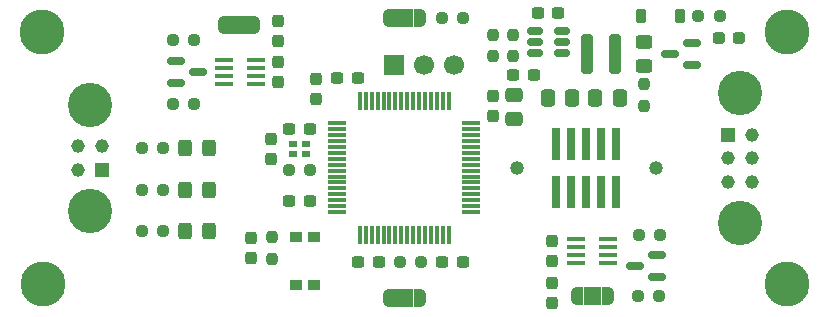
<source format=gbr>
%TF.GenerationSoftware,KiCad,Pcbnew,9.0.4*%
%TF.CreationDate,2026-01-24T19:15:15+00:00*%
%TF.ProjectId,can-repeater,63616e2d-7265-4706-9561-7465722e6b69,rev?*%
%TF.SameCoordinates,Original*%
%TF.FileFunction,Soldermask,Top*%
%TF.FilePolarity,Negative*%
%FSLAX46Y46*%
G04 Gerber Fmt 4.6, Leading zero omitted, Abs format (unit mm)*
G04 Created by KiCad (PCBNEW 9.0.4) date 2026-01-24 19:15:15*
%MOMM*%
%LPD*%
G01*
G04 APERTURE LIST*
G04 Aperture macros list*
%AMRoundRect*
0 Rectangle with rounded corners*
0 $1 Rounding radius*
0 $2 $3 $4 $5 $6 $7 $8 $9 X,Y pos of 4 corners*
0 Add a 4 corners polygon primitive as box body*
4,1,4,$2,$3,$4,$5,$6,$7,$8,$9,$2,$3,0*
0 Add four circle primitives for the rounded corners*
1,1,$1+$1,$2,$3*
1,1,$1+$1,$4,$5*
1,1,$1+$1,$6,$7*
1,1,$1+$1,$8,$9*
0 Add four rect primitives between the rounded corners*
20,1,$1+$1,$2,$3,$4,$5,0*
20,1,$1+$1,$4,$5,$6,$7,0*
20,1,$1+$1,$6,$7,$8,$9,0*
20,1,$1+$1,$8,$9,$2,$3,0*%
%AMFreePoly0*
4,1,23,0.550000,-0.750000,0.000000,-0.750000,0.000000,-0.745722,-0.065263,-0.745722,-0.191342,-0.711940,-0.304381,-0.646677,-0.396677,-0.554381,-0.461940,-0.441342,-0.495722,-0.315263,-0.495722,-0.250000,-0.500000,-0.250000,-0.500000,0.250000,-0.495722,0.250000,-0.495722,0.315263,-0.461940,0.441342,-0.396677,0.554381,-0.304381,0.646677,-0.191342,0.711940,-0.065263,0.745722,0.000000,0.745722,
0.000000,0.750000,0.550000,0.750000,0.550000,-0.750000,0.550000,-0.750000,$1*%
%AMFreePoly1*
4,1,23,0.000000,0.745722,0.065263,0.745722,0.191342,0.711940,0.304381,0.646677,0.396677,0.554381,0.461940,0.441342,0.495722,0.315263,0.495722,0.250000,0.500000,0.250000,0.500000,-0.250000,0.495722,-0.250000,0.495722,-0.315263,0.461940,-0.441342,0.396677,-0.554381,0.304381,-0.646677,0.191342,-0.711940,0.065263,-0.745722,0.000000,-0.745722,0.000000,-0.750000,-0.550000,-0.750000,
-0.550000,0.750000,0.000000,0.750000,0.000000,0.745722,0.000000,0.745722,$1*%
G04 Aperture macros list end*
%ADD10C,0.000000*%
%ADD11C,1.190000*%
%ADD12R,0.740000X2.795000*%
%ADD13RoundRect,0.237500X-0.250000X-0.237500X0.250000X-0.237500X0.250000X0.237500X-0.250000X0.237500X0*%
%ADD14RoundRect,0.237500X0.237500X-0.300000X0.237500X0.300000X-0.237500X0.300000X-0.237500X-0.300000X0*%
%ADD15RoundRect,0.237500X0.300000X0.237500X-0.300000X0.237500X-0.300000X-0.237500X0.300000X-0.237500X0*%
%ADD16RoundRect,0.075000X-0.700000X-0.075000X0.700000X-0.075000X0.700000X0.075000X-0.700000X0.075000X0*%
%ADD17RoundRect,0.075000X-0.075000X-0.700000X0.075000X-0.700000X0.075000X0.700000X-0.075000X0.700000X0*%
%ADD18RoundRect,0.237500X0.250000X0.237500X-0.250000X0.237500X-0.250000X-0.237500X0.250000X-0.237500X0*%
%ADD19RoundRect,0.250000X-0.337500X-0.475000X0.337500X-0.475000X0.337500X0.475000X-0.337500X0.475000X0*%
%ADD20FreePoly0,0.000000*%
%ADD21R,1.000000X1.500000*%
%ADD22FreePoly1,0.000000*%
%ADD23RoundRect,0.237500X-0.287500X-0.237500X0.287500X-0.237500X0.287500X0.237500X-0.287500X0.237500X0*%
%ADD24C,2.600000*%
%ADD25C,3.800000*%
%ADD26RoundRect,0.250000X-0.325000X-0.450000X0.325000X-0.450000X0.325000X0.450000X-0.325000X0.450000X0*%
%ADD27RoundRect,0.100000X-0.680000X-0.100000X0.680000X-0.100000X0.680000X0.100000X-0.680000X0.100000X0*%
%ADD28RoundRect,0.237500X-0.237500X0.250000X-0.237500X-0.250000X0.237500X-0.250000X0.237500X0.250000X0*%
%ADD29RoundRect,0.250000X0.337500X0.475000X-0.337500X0.475000X-0.337500X-0.475000X0.337500X-0.475000X0*%
%ADD30R,1.000000X0.900000*%
%ADD31RoundRect,0.150000X0.587500X0.150000X-0.587500X0.150000X-0.587500X-0.150000X0.587500X-0.150000X0*%
%ADD32RoundRect,0.250000X0.475000X-0.337500X0.475000X0.337500X-0.475000X0.337500X-0.475000X-0.337500X0*%
%ADD33FreePoly0,180.000000*%
%ADD34FreePoly1,180.000000*%
%ADD35RoundRect,0.245000X-0.245000X-1.455000X0.245000X-1.455000X0.245000X1.455000X-0.245000X1.455000X0*%
%ADD36R,1.150000X1.150000*%
%ADD37C,1.150000*%
%ADD38C,3.750000*%
%ADD39RoundRect,0.237500X-0.300000X-0.237500X0.300000X-0.237500X0.300000X0.237500X-0.300000X0.237500X0*%
%ADD40RoundRect,0.150000X-0.587500X-0.150000X0.587500X-0.150000X0.587500X0.150000X-0.587500X0.150000X0*%
%ADD41RoundRect,0.250000X0.450000X-0.325000X0.450000X0.325000X-0.450000X0.325000X-0.450000X-0.325000X0*%
%ADD42RoundRect,0.237500X0.237500X-0.250000X0.237500X0.250000X-0.237500X0.250000X-0.237500X-0.250000X0*%
%ADD43RoundRect,0.237500X-0.237500X0.300000X-0.237500X-0.300000X0.237500X-0.300000X0.237500X0.300000X0*%
%ADD44RoundRect,0.150000X0.512500X0.150000X-0.512500X0.150000X-0.512500X-0.150000X0.512500X-0.150000X0*%
%ADD45RoundRect,0.100000X0.680000X0.100000X-0.680000X0.100000X-0.680000X-0.100000X0.680000X-0.100000X0*%
%ADD46R,1.700000X1.700000*%
%ADD47C,1.700000*%
%ADD48RoundRect,0.225000X-0.225000X-0.375000X0.225000X-0.375000X0.225000X0.375000X-0.225000X0.375000X0*%
%ADD49R,0.650000X0.550000*%
G04 APERTURE END LIST*
%TO.C,JP1*%
G36*
X149750000Y-65400000D02*
G01*
X151250000Y-65400000D01*
X151250000Y-66900000D01*
X149750000Y-66900000D01*
X149750000Y-65400000D01*
G37*
%TO.C,JP4*%
G36*
X163750000Y-88557500D02*
G01*
X165250000Y-88557500D01*
X165250000Y-90057500D01*
X163750000Y-90057500D01*
X163750000Y-88557500D01*
G37*
%TO.C,JP2*%
G36*
X165250000Y-66342000D02*
G01*
X163750000Y-66342000D01*
X163750000Y-64842000D01*
X165250000Y-64842000D01*
X165250000Y-66342000D01*
G37*
D10*
%TO.C,JP3*%
G36*
X181200000Y-89850000D02*
G01*
X179700000Y-89850000D01*
X179700000Y-88350000D01*
X181200000Y-88350000D01*
X181200000Y-89850000D01*
G37*
%TD*%
D11*
%TO.C,J2*%
X185783998Y-78250000D03*
X174050000Y-78250000D03*
D12*
X182456999Y-76217000D03*
X182456999Y-80283000D03*
X181187000Y-76217000D03*
X181187000Y-80283000D03*
X179916999Y-76217000D03*
X179916999Y-80283000D03*
X178646998Y-76217000D03*
X178646998Y-80283000D03*
X177376999Y-76217000D03*
X177376999Y-80283000D03*
%TD*%
D13*
%TO.C,R14*%
X142287500Y-80100000D03*
X144112500Y-80100000D03*
%TD*%
D14*
%TO.C,C6*%
X157050000Y-72462501D03*
X157050000Y-70737499D03*
%TD*%
%TO.C,C14*%
X151550000Y-85912501D03*
X151550000Y-84187499D03*
%TD*%
D15*
%TO.C,C5*%
X160562500Y-70650000D03*
X158837500Y-70650000D03*
%TD*%
D16*
%TO.C,U4*%
X158825000Y-74500000D03*
X158825000Y-75000000D03*
X158825000Y-75500000D03*
X158825000Y-76000000D03*
X158825000Y-76500000D03*
X158825000Y-77000000D03*
X158825000Y-77500000D03*
X158825000Y-78000000D03*
X158825000Y-78500000D03*
X158825000Y-79000000D03*
X158825000Y-79500000D03*
X158825000Y-80000000D03*
X158825000Y-80500000D03*
X158825000Y-81000000D03*
X158825000Y-81500000D03*
X158825000Y-82000000D03*
D17*
X160750000Y-83925000D03*
X161250000Y-83925000D03*
X161750000Y-83925000D03*
X162250000Y-83925000D03*
X162750000Y-83925000D03*
X163250000Y-83925000D03*
X163750000Y-83925000D03*
X164250000Y-83925000D03*
X164750000Y-83925000D03*
X165250000Y-83925000D03*
X165750000Y-83925000D03*
X166250000Y-83925000D03*
X166750000Y-83925000D03*
X167250000Y-83925000D03*
X167750000Y-83925000D03*
X168250000Y-83925000D03*
D16*
X170175000Y-82000000D03*
X170175000Y-81500000D03*
X170175000Y-81000000D03*
X170175000Y-80500000D03*
X170175000Y-80000000D03*
X170175000Y-79500000D03*
X170175000Y-79000000D03*
X170175000Y-78500000D03*
X170175000Y-78000000D03*
X170175000Y-77500000D03*
X170175000Y-77000000D03*
X170175000Y-76500000D03*
X170175000Y-76000000D03*
X170175000Y-75500000D03*
X170175000Y-75000000D03*
X170175000Y-74500000D03*
D17*
X168250000Y-72575000D03*
X167750000Y-72575000D03*
X167250000Y-72575000D03*
X166750000Y-72575000D03*
X166250000Y-72575000D03*
X165750000Y-72575000D03*
X165250000Y-72575000D03*
X164750000Y-72575000D03*
X164250000Y-72575000D03*
X163750000Y-72575000D03*
X163250000Y-72575000D03*
X162750000Y-72575000D03*
X162250000Y-72575000D03*
X161750000Y-72575000D03*
X161250000Y-72575000D03*
X160750000Y-72575000D03*
%TD*%
D13*
%TO.C,R10*%
X184337500Y-83950000D03*
X186162500Y-83950000D03*
%TD*%
D18*
%TO.C,R4*%
X146712500Y-72850000D03*
X144887500Y-72850000D03*
%TD*%
D13*
%TO.C,R7*%
X189387500Y-65400000D03*
X191212500Y-65400000D03*
%TD*%
D19*
%TO.C,C10*%
X180662500Y-72350000D03*
X182737500Y-72350000D03*
%TD*%
D15*
%TO.C,C7*%
X156512501Y-81050000D03*
X154787499Y-81050000D03*
%TD*%
D20*
%TO.C,JP1*%
X149200000Y-66150000D03*
D21*
X150500000Y-66150000D03*
D22*
X151800000Y-66150000D03*
%TD*%
D23*
%TO.C,F1*%
X191125000Y-67300000D03*
X192875000Y-67300000D03*
%TD*%
D24*
%TO.C,H3*%
X196950000Y-88110000D03*
D25*
X196950000Y-88110000D03*
%TD*%
D20*
%TO.C,JP4*%
X163200000Y-89307500D03*
D21*
X164500000Y-89307500D03*
D22*
X165800000Y-89307500D03*
%TD*%
D13*
%TO.C,R13*%
X142287500Y-76600000D03*
X144112500Y-76600000D03*
%TD*%
D15*
%TO.C,C16*%
X156512501Y-74950000D03*
X154787499Y-74950000D03*
%TD*%
D13*
%TO.C,R5*%
X144887500Y-67400000D03*
X146712500Y-67400000D03*
%TD*%
D26*
%TO.C,D7*%
X145925000Y-83600000D03*
X147975000Y-83600000D03*
%TD*%
D24*
%TO.C,H1*%
X196950000Y-66800000D03*
D25*
X196950000Y-66800000D03*
%TD*%
D24*
%TO.C,H2*%
X133900000Y-88100000D03*
D25*
X133900000Y-88100000D03*
%TD*%
D27*
%TO.C,U3*%
X179050000Y-84320000D03*
X179050000Y-84970000D03*
X179050000Y-85630000D03*
X179050000Y-86280000D03*
X181750000Y-86280000D03*
X181750000Y-85630000D03*
X181750000Y-84970000D03*
X181750000Y-84320000D03*
%TD*%
D28*
%TO.C,R3*%
X173700000Y-66987500D03*
X173700000Y-68812500D03*
%TD*%
D29*
%TO.C,C11*%
X178737500Y-72350000D03*
X176662500Y-72350000D03*
%TD*%
D30*
%TO.C,SW1*%
X156900000Y-84100001D03*
X156900000Y-88199999D03*
X155300000Y-84100001D03*
X155300000Y-88199999D03*
%TD*%
D14*
%TO.C,C17*%
X153200000Y-77512501D03*
X153200000Y-75787499D03*
%TD*%
D31*
%TO.C,Q1*%
X188837500Y-69550000D03*
X188837500Y-67650000D03*
X186962500Y-68600000D03*
%TD*%
D32*
%TO.C,C1*%
X173800000Y-74137500D03*
X173800000Y-72062500D03*
%TD*%
D33*
%TO.C,JP2*%
X165800000Y-65592000D03*
D21*
X164500000Y-65592000D03*
D34*
X163200000Y-65592000D03*
%TD*%
D15*
%TO.C,C2*%
X162337500Y-86200000D03*
X160612500Y-86200000D03*
%TD*%
D13*
%TO.C,R15*%
X142287500Y-83600000D03*
X144112500Y-83600000D03*
%TD*%
D35*
%TO.C,L1*%
X180015000Y-68600000D03*
X182385000Y-68600000D03*
%TD*%
D33*
%TO.C,JP3*%
X181750000Y-89100000D03*
D21*
X180450000Y-89100000D03*
D34*
X179150000Y-89100000D03*
%TD*%
D36*
%TO.C,J4*%
X191950000Y-75450000D03*
D37*
X191950000Y-77450000D03*
X191950000Y-79450000D03*
X193950000Y-75450000D03*
X193950000Y-77450000D03*
X193950000Y-79450000D03*
D38*
X192950000Y-71950000D03*
X192950000Y-82950000D03*
%TD*%
D39*
%TO.C,C8*%
X173737499Y-70400000D03*
X175462501Y-70400000D03*
%TD*%
D18*
%TO.C,R9*%
X156562500Y-78450000D03*
X154737500Y-78450000D03*
%TD*%
D31*
%TO.C,D4*%
X185887500Y-87500000D03*
X185887500Y-85600000D03*
X184012500Y-86550000D03*
%TD*%
D36*
%TO.C,J3*%
X138900000Y-78450000D03*
D37*
X138900000Y-76450000D03*
X136900000Y-78450000D03*
X136900000Y-76450000D03*
D38*
X137900000Y-81950000D03*
X137900000Y-72950000D03*
%TD*%
D40*
%TO.C,D2*%
X145162500Y-69187500D03*
X145162500Y-71087500D03*
X147037500Y-70137500D03*
%TD*%
D15*
%TO.C,C3*%
X169462501Y-86200000D03*
X167737499Y-86200000D03*
%TD*%
D41*
%TO.C,D1*%
X184800000Y-69625000D03*
X184800000Y-67575000D03*
%TD*%
D42*
%TO.C,R1*%
X172050000Y-68812500D03*
X172050000Y-66987500D03*
%TD*%
D24*
%TO.C,H4*%
X133850000Y-66800000D03*
D25*
X133850000Y-66800000D03*
%TD*%
D14*
%TO.C,C4*%
X172000000Y-73862500D03*
X172000000Y-72137500D03*
%TD*%
%TO.C,C18*%
X177000000Y-89712500D03*
X177000000Y-87987500D03*
%TD*%
D15*
%TO.C,C9*%
X177562501Y-65150000D03*
X175837499Y-65150000D03*
%TD*%
D43*
%TO.C,C13*%
X153850000Y-65837500D03*
X153850000Y-67562500D03*
%TD*%
D26*
%TO.C,D5*%
X145925000Y-76600000D03*
X147975000Y-76600000D03*
%TD*%
%TO.C,D6*%
X145925000Y-80100000D03*
X147975000Y-80100000D03*
%TD*%
D14*
%TO.C,C15*%
X153850000Y-71012501D03*
X153850000Y-69287499D03*
%TD*%
D42*
%TO.C,R6*%
X153300000Y-85962500D03*
X153300000Y-84137500D03*
%TD*%
%TO.C,R2*%
X184800000Y-73012500D03*
X184800000Y-71187500D03*
%TD*%
D18*
%TO.C,R11*%
X186112500Y-89150000D03*
X184287500Y-89150000D03*
%TD*%
D13*
%TO.C,R8*%
X167687500Y-65600000D03*
X169512500Y-65600000D03*
%TD*%
%TO.C,R12*%
X164137500Y-86200000D03*
X165962500Y-86200000D03*
%TD*%
D44*
%TO.C,U1*%
X177837500Y-68550000D03*
X177837500Y-67600000D03*
X177837500Y-66650000D03*
X175562500Y-66650000D03*
X175562500Y-67600000D03*
X175562500Y-68550000D03*
%TD*%
D45*
%TO.C,U2*%
X151950000Y-71130000D03*
X151950000Y-70480000D03*
X151950000Y-69820000D03*
X151950000Y-69170000D03*
X149250000Y-69170000D03*
X149250000Y-69820000D03*
X149250000Y-70480000D03*
X149250000Y-71130000D03*
%TD*%
D46*
%TO.C,J1*%
X163627122Y-69511934D03*
D47*
X166167122Y-69511934D03*
X168707121Y-69511934D03*
%TD*%
D48*
%TO.C,D3*%
X184550000Y-65400000D03*
X187850000Y-65400000D03*
%TD*%
D49*
%TO.C,Y1*%
X156225000Y-76275000D03*
X155075000Y-76275000D03*
X155075000Y-77125000D03*
X156225000Y-77125000D03*
%TD*%
D43*
%TO.C,C12*%
X177000000Y-84437500D03*
X177000000Y-86162500D03*
%TD*%
M02*

</source>
